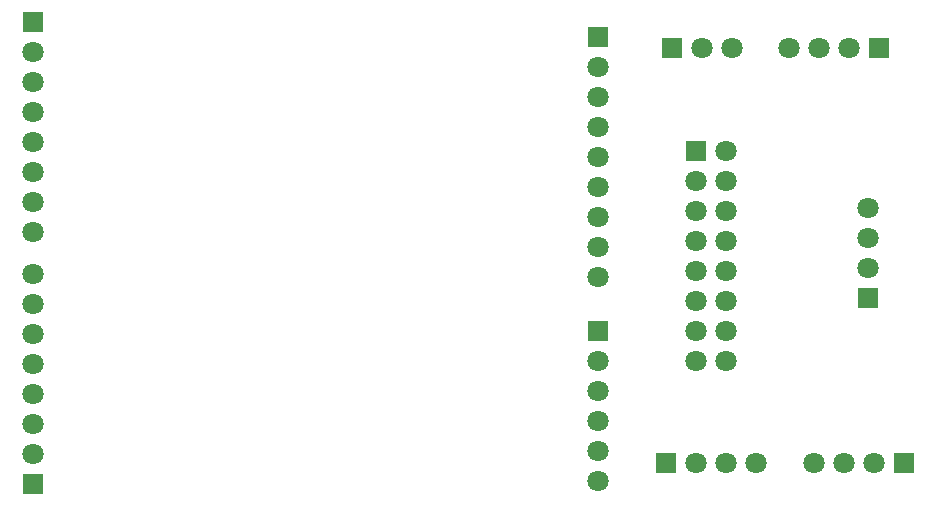
<source format=gbs>
G04*
G04 #@! TF.GenerationSoftware,Altium Limited,Altium Designer,21.0.8 (223)*
G04*
G04 Layer_Color=16711935*
%FSTAX24Y24*%
%MOIN*%
G70*
G04*
G04 #@! TF.SameCoordinates,CEE82333-CCAB-4651-B785-5805AFDC4109*
G04*
G04*
G04 #@! TF.FilePolarity,Negative*
G04*
G01*
G75*
%ADD15C,0.0710*%
%ADD16R,0.0710X0.0710*%
%ADD17R,0.0710X0.0710*%
D15*
X02965Y0105D02*
D03*
Y0095D02*
D03*
Y0085D02*
D03*
X02985Y002D02*
D03*
X02885D02*
D03*
X02785D02*
D03*
X0251Y01585D02*
D03*
X0241D02*
D03*
X02065Y0054D02*
D03*
Y0044D02*
D03*
Y0034D02*
D03*
Y0024D02*
D03*
Y0014D02*
D03*
X0239Y002D02*
D03*
X0249D02*
D03*
X0259D02*
D03*
X0018Y0083D02*
D03*
Y0073D02*
D03*
Y0063D02*
D03*
Y0053D02*
D03*
Y0043D02*
D03*
Y0033D02*
D03*
Y0023D02*
D03*
X027Y01585D02*
D03*
X028D02*
D03*
X029D02*
D03*
X0018Y0097D02*
D03*
Y0107D02*
D03*
Y0117D02*
D03*
Y0127D02*
D03*
Y0137D02*
D03*
Y0147D02*
D03*
Y0157D02*
D03*
X02065Y0152D02*
D03*
Y0082D02*
D03*
Y0092D02*
D03*
Y0102D02*
D03*
Y0112D02*
D03*
Y0122D02*
D03*
Y0132D02*
D03*
Y0142D02*
D03*
X0239Y0114D02*
D03*
Y0104D02*
D03*
Y0094D02*
D03*
Y0084D02*
D03*
Y0074D02*
D03*
Y0064D02*
D03*
Y0054D02*
D03*
X0249D02*
D03*
Y0064D02*
D03*
Y0074D02*
D03*
Y0084D02*
D03*
Y0094D02*
D03*
Y0104D02*
D03*
Y0114D02*
D03*
Y0124D02*
D03*
D16*
X02965Y0075D02*
D03*
X02065Y0064D02*
D03*
X0018Y0013D02*
D03*
Y0167D02*
D03*
X02065Y0162D02*
D03*
X0239Y0124D02*
D03*
D17*
X03085Y002D02*
D03*
X0231Y01585D02*
D03*
X0229Y002D02*
D03*
X03Y01585D02*
D03*
M02*

</source>
